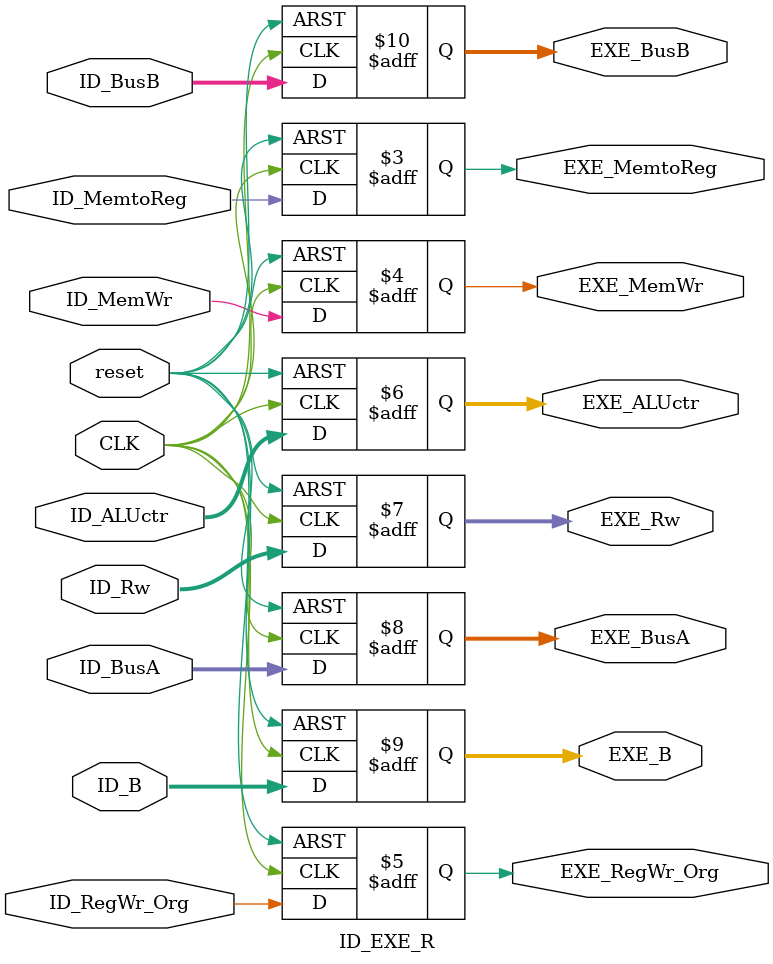
<source format=v>
`timescale 1ns / 1ps
module ID_EXE_R(
	ID_MemtoReg, ID_MemWr, ID_ALUctr, ID_RegWr_Org, ID_Rw, ID_BusA, ID_B, ID_BusB,
	EXE_MemtoReg, EXE_MemWr, EXE_ALUctr, EXE_RegWr_Org, EXE_Rw, EXE_BusA, EXE_B, EXE_BusB, 
	CLK, reset
    );
input CLK, reset;
input ID_MemtoReg, ID_MemWr, ID_RegWr_Org;
input [2:0] ID_ALUctr;
input [4:0] ID_Rw;
input [31:0] ID_BusA, ID_B, ID_BusB;
output EXE_MemtoReg, EXE_MemWr, EXE_RegWr_Org;
output [2:0] EXE_ALUctr;
output [4:0] EXE_Rw;
output [31:0] EXE_BusA, EXE_B, EXE_BusB;
reg EXE_MemtoReg, EXE_MemWr, EXE_RegWr_Org;
reg [2:0] EXE_ALUctr;
reg [4:0] EXE_Rw;
reg [31:0] EXE_BusA, EXE_B, EXE_BusB;
always @ (negedge reset or posedge CLK)
	if (reset == 0)
	begin
		EXE_MemtoReg <= 0; 
		EXE_MemWr <= 0;  
		EXE_ALUctr <= 0;  
		EXE_RegWr_Org <= 0; 
		EXE_Rw <= 0;
		EXE_BusA <= 0; 
		EXE_B <= 0; 
		EXE_BusB <= 0;
	end
	else
	begin
		EXE_MemtoReg <= ID_MemtoReg; 
		EXE_MemWr <= ID_MemWr;  
		EXE_ALUctr <= ID_ALUctr;  
		EXE_RegWr_Org <= ID_RegWr_Org; 
		EXE_Rw <= ID_Rw;
		EXE_BusA <= ID_BusA; 
		EXE_B <= ID_B; 
		EXE_BusB <= ID_BusB;
	end
endmodule

</source>
